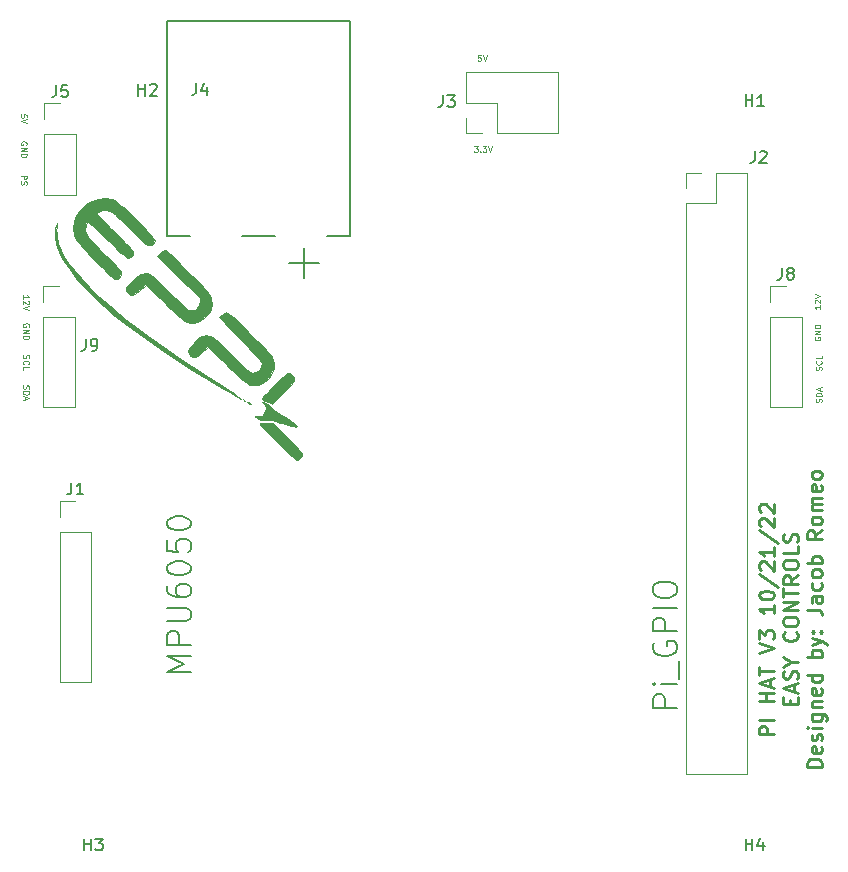
<source format=gbr>
%TF.GenerationSoftware,KiCad,Pcbnew,6.0.8-f2edbf62ab~116~ubuntu22.04.1*%
%TF.CreationDate,2022-11-23T04:02:49-05:00*%
%TF.ProjectId,Pi_HAT_Simple_V3,50695f48-4154-45f5-9369-6d706c655f56,rev?*%
%TF.SameCoordinates,Original*%
%TF.FileFunction,Legend,Top*%
%TF.FilePolarity,Positive*%
%FSLAX46Y46*%
G04 Gerber Fmt 4.6, Leading zero omitted, Abs format (unit mm)*
G04 Created by KiCad (PCBNEW 6.0.8-f2edbf62ab~116~ubuntu22.04.1) date 2022-11-23 04:02:49*
%MOMM*%
%LPD*%
G01*
G04 APERTURE LIST*
%ADD10C,0.100000*%
%ADD11C,0.150000*%
%ADD12C,0.250000*%
%ADD13C,0.010000*%
%ADD14C,0.120000*%
%ADD15C,0.127000*%
G04 APERTURE END LIST*
D10*
X93373809Y-78330952D02*
X93873809Y-78330952D01*
X93873809Y-78521428D01*
X93850000Y-78569047D01*
X93826190Y-78592857D01*
X93778571Y-78616666D01*
X93707142Y-78616666D01*
X93659523Y-78592857D01*
X93635714Y-78569047D01*
X93611904Y-78521428D01*
X93611904Y-78330952D01*
X93397619Y-78807142D02*
X93373809Y-78878571D01*
X93373809Y-78997619D01*
X93397619Y-79045238D01*
X93421428Y-79069047D01*
X93469047Y-79092857D01*
X93516666Y-79092857D01*
X93564285Y-79069047D01*
X93588095Y-79045238D01*
X93611904Y-78997619D01*
X93635714Y-78902380D01*
X93659523Y-78854761D01*
X93683333Y-78830952D01*
X93730952Y-78807142D01*
X93778571Y-78807142D01*
X93826190Y-78830952D01*
X93850000Y-78854761D01*
X93873809Y-78902380D01*
X93873809Y-79021428D01*
X93850000Y-79092857D01*
X93850000Y-75719047D02*
X93873809Y-75671428D01*
X93873809Y-75600000D01*
X93850000Y-75528571D01*
X93802380Y-75480952D01*
X93754761Y-75457142D01*
X93659523Y-75433333D01*
X93588095Y-75433333D01*
X93492857Y-75457142D01*
X93445238Y-75480952D01*
X93397619Y-75528571D01*
X93373809Y-75600000D01*
X93373809Y-75647619D01*
X93397619Y-75719047D01*
X93421428Y-75742857D01*
X93588095Y-75742857D01*
X93588095Y-75647619D01*
X93373809Y-75957142D02*
X93873809Y-75957142D01*
X93373809Y-76242857D01*
X93873809Y-76242857D01*
X93373809Y-76480952D02*
X93873809Y-76480952D01*
X93873809Y-76600000D01*
X93850000Y-76671428D01*
X93802380Y-76719047D01*
X93754761Y-76742857D01*
X93659523Y-76766666D01*
X93588095Y-76766666D01*
X93492857Y-76742857D01*
X93445238Y-76719047D01*
X93397619Y-76671428D01*
X93373809Y-76600000D01*
X93373809Y-76480952D01*
X93873809Y-73404761D02*
X93873809Y-73166666D01*
X93635714Y-73142857D01*
X93659523Y-73166666D01*
X93683333Y-73214285D01*
X93683333Y-73333333D01*
X93659523Y-73380952D01*
X93635714Y-73404761D01*
X93588095Y-73428571D01*
X93469047Y-73428571D01*
X93421428Y-73404761D01*
X93397619Y-73380952D01*
X93373809Y-73333333D01*
X93373809Y-73214285D01*
X93397619Y-73166666D01*
X93421428Y-73142857D01*
X93873809Y-73571428D02*
X93373809Y-73738095D01*
X93873809Y-73904761D01*
D11*
X107754761Y-120323809D02*
X105754761Y-120323809D01*
X107183333Y-119657142D01*
X105754761Y-118990476D01*
X107754761Y-118990476D01*
X107754761Y-118038095D02*
X105754761Y-118038095D01*
X105754761Y-117276190D01*
X105850000Y-117085714D01*
X105945238Y-116990476D01*
X106135714Y-116895238D01*
X106421428Y-116895238D01*
X106611904Y-116990476D01*
X106707142Y-117085714D01*
X106802380Y-117276190D01*
X106802380Y-118038095D01*
X105754761Y-116038095D02*
X107373809Y-116038095D01*
X107564285Y-115942857D01*
X107659523Y-115847619D01*
X107754761Y-115657142D01*
X107754761Y-115276190D01*
X107659523Y-115085714D01*
X107564285Y-114990476D01*
X107373809Y-114895238D01*
X105754761Y-114895238D01*
X105754761Y-113085714D02*
X105754761Y-113466666D01*
X105850000Y-113657142D01*
X105945238Y-113752380D01*
X106230952Y-113942857D01*
X106611904Y-114038095D01*
X107373809Y-114038095D01*
X107564285Y-113942857D01*
X107659523Y-113847619D01*
X107754761Y-113657142D01*
X107754761Y-113276190D01*
X107659523Y-113085714D01*
X107564285Y-112990476D01*
X107373809Y-112895238D01*
X106897619Y-112895238D01*
X106707142Y-112990476D01*
X106611904Y-113085714D01*
X106516666Y-113276190D01*
X106516666Y-113657142D01*
X106611904Y-113847619D01*
X106707142Y-113942857D01*
X106897619Y-114038095D01*
X105754761Y-111657142D02*
X105754761Y-111466666D01*
X105850000Y-111276190D01*
X105945238Y-111180952D01*
X106135714Y-111085714D01*
X106516666Y-110990476D01*
X106992857Y-110990476D01*
X107373809Y-111085714D01*
X107564285Y-111180952D01*
X107659523Y-111276190D01*
X107754761Y-111466666D01*
X107754761Y-111657142D01*
X107659523Y-111847619D01*
X107564285Y-111942857D01*
X107373809Y-112038095D01*
X106992857Y-112133333D01*
X106516666Y-112133333D01*
X106135714Y-112038095D01*
X105945238Y-111942857D01*
X105850000Y-111847619D01*
X105754761Y-111657142D01*
X105754761Y-109180952D02*
X105754761Y-110133333D01*
X106707142Y-110228571D01*
X106611904Y-110133333D01*
X106516666Y-109942857D01*
X106516666Y-109466666D01*
X106611904Y-109276190D01*
X106707142Y-109180952D01*
X106897619Y-109085714D01*
X107373809Y-109085714D01*
X107564285Y-109180952D01*
X107659523Y-109276190D01*
X107754761Y-109466666D01*
X107754761Y-109942857D01*
X107659523Y-110133333D01*
X107564285Y-110228571D01*
X105754761Y-107847619D02*
X105754761Y-107657142D01*
X105850000Y-107466666D01*
X105945238Y-107371428D01*
X106135714Y-107276190D01*
X106516666Y-107180952D01*
X106992857Y-107180952D01*
X107373809Y-107276190D01*
X107564285Y-107371428D01*
X107659523Y-107466666D01*
X107754761Y-107657142D01*
X107754761Y-107847619D01*
X107659523Y-108038095D01*
X107564285Y-108133333D01*
X107373809Y-108228571D01*
X106992857Y-108323809D01*
X106516666Y-108323809D01*
X106135714Y-108228571D01*
X105945238Y-108133333D01*
X105850000Y-108038095D01*
X105754761Y-107847619D01*
D10*
X131761904Y-75826190D02*
X132071428Y-75826190D01*
X131904761Y-76016666D01*
X131976190Y-76016666D01*
X132023809Y-76040476D01*
X132047619Y-76064285D01*
X132071428Y-76111904D01*
X132071428Y-76230952D01*
X132047619Y-76278571D01*
X132023809Y-76302380D01*
X131976190Y-76326190D01*
X131833333Y-76326190D01*
X131785714Y-76302380D01*
X131761904Y-76278571D01*
X132285714Y-76278571D02*
X132309523Y-76302380D01*
X132285714Y-76326190D01*
X132261904Y-76302380D01*
X132285714Y-76278571D01*
X132285714Y-76326190D01*
X132476190Y-75826190D02*
X132785714Y-75826190D01*
X132619047Y-76016666D01*
X132690476Y-76016666D01*
X132738095Y-76040476D01*
X132761904Y-76064285D01*
X132785714Y-76111904D01*
X132785714Y-76230952D01*
X132761904Y-76278571D01*
X132738095Y-76302380D01*
X132690476Y-76326190D01*
X132547619Y-76326190D01*
X132500000Y-76302380D01*
X132476190Y-76278571D01*
X132928571Y-75826190D02*
X133095238Y-76326190D01*
X133261904Y-75826190D01*
X132304761Y-68126190D02*
X132066666Y-68126190D01*
X132042857Y-68364285D01*
X132066666Y-68340476D01*
X132114285Y-68316666D01*
X132233333Y-68316666D01*
X132280952Y-68340476D01*
X132304761Y-68364285D01*
X132328571Y-68411904D01*
X132328571Y-68530952D01*
X132304761Y-68578571D01*
X132280952Y-68602380D01*
X132233333Y-68626190D01*
X132114285Y-68626190D01*
X132066666Y-68602380D01*
X132042857Y-68578571D01*
X132471428Y-68126190D02*
X132638095Y-68626190D01*
X132804761Y-68126190D01*
X94050000Y-91119047D02*
X94073809Y-91071428D01*
X94073809Y-91000000D01*
X94050000Y-90928571D01*
X94002380Y-90880952D01*
X93954761Y-90857142D01*
X93859523Y-90833333D01*
X93788095Y-90833333D01*
X93692857Y-90857142D01*
X93645238Y-90880952D01*
X93597619Y-90928571D01*
X93573809Y-91000000D01*
X93573809Y-91047619D01*
X93597619Y-91119047D01*
X93621428Y-91142857D01*
X93788095Y-91142857D01*
X93788095Y-91047619D01*
X93573809Y-91357142D02*
X94073809Y-91357142D01*
X93573809Y-91642857D01*
X94073809Y-91642857D01*
X93573809Y-91880952D02*
X94073809Y-91880952D01*
X94073809Y-92000000D01*
X94050000Y-92071428D01*
X94002380Y-92119047D01*
X93954761Y-92142857D01*
X93859523Y-92166666D01*
X93788095Y-92166666D01*
X93692857Y-92142857D01*
X93645238Y-92119047D01*
X93597619Y-92071428D01*
X93573809Y-92000000D01*
X93573809Y-91880952D01*
X160600000Y-91980952D02*
X160576190Y-92028571D01*
X160576190Y-92100000D01*
X160600000Y-92171428D01*
X160647619Y-92219047D01*
X160695238Y-92242857D01*
X160790476Y-92266666D01*
X160861904Y-92266666D01*
X160957142Y-92242857D01*
X161004761Y-92219047D01*
X161052380Y-92171428D01*
X161076190Y-92100000D01*
X161076190Y-92052380D01*
X161052380Y-91980952D01*
X161028571Y-91957142D01*
X160861904Y-91957142D01*
X160861904Y-92052380D01*
X161076190Y-91742857D02*
X160576190Y-91742857D01*
X161076190Y-91457142D01*
X160576190Y-91457142D01*
X161076190Y-91219047D02*
X160576190Y-91219047D01*
X160576190Y-91100000D01*
X160600000Y-91028571D01*
X160647619Y-90980952D01*
X160695238Y-90957142D01*
X160790476Y-90933333D01*
X160861904Y-90933333D01*
X160957142Y-90957142D01*
X161004761Y-90980952D01*
X161052380Y-91028571D01*
X161076190Y-91100000D01*
X161076190Y-91219047D01*
X161152380Y-97507142D02*
X161176190Y-97435714D01*
X161176190Y-97316666D01*
X161152380Y-97269047D01*
X161128571Y-97245238D01*
X161080952Y-97221428D01*
X161033333Y-97221428D01*
X160985714Y-97245238D01*
X160961904Y-97269047D01*
X160938095Y-97316666D01*
X160914285Y-97411904D01*
X160890476Y-97459523D01*
X160866666Y-97483333D01*
X160819047Y-97507142D01*
X160771428Y-97507142D01*
X160723809Y-97483333D01*
X160700000Y-97459523D01*
X160676190Y-97411904D01*
X160676190Y-97292857D01*
X160700000Y-97221428D01*
X161176190Y-97007142D02*
X160676190Y-97007142D01*
X160676190Y-96888095D01*
X160700000Y-96816666D01*
X160747619Y-96769047D01*
X160795238Y-96745238D01*
X160890476Y-96721428D01*
X160961904Y-96721428D01*
X161057142Y-96745238D01*
X161104761Y-96769047D01*
X161152380Y-96816666D01*
X161176190Y-96888095D01*
X161176190Y-97007142D01*
X161033333Y-96530952D02*
X161033333Y-96292857D01*
X161176190Y-96578571D02*
X160676190Y-96411904D01*
X161176190Y-96245238D01*
X93573809Y-88740476D02*
X93573809Y-88454761D01*
X93573809Y-88597619D02*
X94073809Y-88597619D01*
X94002380Y-88550000D01*
X93954761Y-88502380D01*
X93930952Y-88454761D01*
X94026190Y-88930952D02*
X94050000Y-88954761D01*
X94073809Y-89002380D01*
X94073809Y-89121428D01*
X94050000Y-89169047D01*
X94026190Y-89192857D01*
X93978571Y-89216666D01*
X93930952Y-89216666D01*
X93859523Y-89192857D01*
X93573809Y-88907142D01*
X93573809Y-89216666D01*
X94073809Y-89359523D02*
X93573809Y-89526190D01*
X94073809Y-89692857D01*
X93597619Y-96092857D02*
X93573809Y-96164285D01*
X93573809Y-96283333D01*
X93597619Y-96330952D01*
X93621428Y-96354761D01*
X93669047Y-96378571D01*
X93716666Y-96378571D01*
X93764285Y-96354761D01*
X93788095Y-96330952D01*
X93811904Y-96283333D01*
X93835714Y-96188095D01*
X93859523Y-96140476D01*
X93883333Y-96116666D01*
X93930952Y-96092857D01*
X93978571Y-96092857D01*
X94026190Y-96116666D01*
X94050000Y-96140476D01*
X94073809Y-96188095D01*
X94073809Y-96307142D01*
X94050000Y-96378571D01*
X93573809Y-96592857D02*
X94073809Y-96592857D01*
X94073809Y-96711904D01*
X94050000Y-96783333D01*
X94002380Y-96830952D01*
X93954761Y-96854761D01*
X93859523Y-96878571D01*
X93788095Y-96878571D01*
X93692857Y-96854761D01*
X93645238Y-96830952D01*
X93597619Y-96783333D01*
X93573809Y-96711904D01*
X93573809Y-96592857D01*
X93716666Y-97069047D02*
X93716666Y-97307142D01*
X93573809Y-97021428D02*
X94073809Y-97188095D01*
X93573809Y-97354761D01*
X93597619Y-93504761D02*
X93573809Y-93576190D01*
X93573809Y-93695238D01*
X93597619Y-93742857D01*
X93621428Y-93766666D01*
X93669047Y-93790476D01*
X93716666Y-93790476D01*
X93764285Y-93766666D01*
X93788095Y-93742857D01*
X93811904Y-93695238D01*
X93835714Y-93600000D01*
X93859523Y-93552380D01*
X93883333Y-93528571D01*
X93930952Y-93504761D01*
X93978571Y-93504761D01*
X94026190Y-93528571D01*
X94050000Y-93552380D01*
X94073809Y-93600000D01*
X94073809Y-93719047D01*
X94050000Y-93790476D01*
X93621428Y-94290476D02*
X93597619Y-94266666D01*
X93573809Y-94195238D01*
X93573809Y-94147619D01*
X93597619Y-94076190D01*
X93645238Y-94028571D01*
X93692857Y-94004761D01*
X93788095Y-93980952D01*
X93859523Y-93980952D01*
X93954761Y-94004761D01*
X94002380Y-94028571D01*
X94050000Y-94076190D01*
X94073809Y-94147619D01*
X94073809Y-94195238D01*
X94050000Y-94266666D01*
X94026190Y-94290476D01*
X93573809Y-94742857D02*
X93573809Y-94504761D01*
X94073809Y-94504761D01*
X161076190Y-89309523D02*
X161076190Y-89595238D01*
X161076190Y-89452380D02*
X160576190Y-89452380D01*
X160647619Y-89500000D01*
X160695238Y-89547619D01*
X160719047Y-89595238D01*
X160623809Y-89119047D02*
X160600000Y-89095238D01*
X160576190Y-89047619D01*
X160576190Y-88928571D01*
X160600000Y-88880952D01*
X160623809Y-88857142D01*
X160671428Y-88833333D01*
X160719047Y-88833333D01*
X160790476Y-88857142D01*
X161076190Y-89142857D01*
X161076190Y-88833333D01*
X160576190Y-88690476D02*
X161076190Y-88523809D01*
X160576190Y-88357142D01*
X161152380Y-94795238D02*
X161176190Y-94723809D01*
X161176190Y-94604761D01*
X161152380Y-94557142D01*
X161128571Y-94533333D01*
X161080952Y-94509523D01*
X161033333Y-94509523D01*
X160985714Y-94533333D01*
X160961904Y-94557142D01*
X160938095Y-94604761D01*
X160914285Y-94700000D01*
X160890476Y-94747619D01*
X160866666Y-94771428D01*
X160819047Y-94795238D01*
X160771428Y-94795238D01*
X160723809Y-94771428D01*
X160700000Y-94747619D01*
X160676190Y-94700000D01*
X160676190Y-94580952D01*
X160700000Y-94509523D01*
X161128571Y-94009523D02*
X161152380Y-94033333D01*
X161176190Y-94104761D01*
X161176190Y-94152380D01*
X161152380Y-94223809D01*
X161104761Y-94271428D01*
X161057142Y-94295238D01*
X160961904Y-94319047D01*
X160890476Y-94319047D01*
X160795238Y-94295238D01*
X160747619Y-94271428D01*
X160700000Y-94223809D01*
X160676190Y-94152380D01*
X160676190Y-94104761D01*
X160700000Y-94033333D01*
X160723809Y-94009523D01*
X161176190Y-93557142D02*
X161176190Y-93795238D01*
X160676190Y-93795238D01*
D12*
X157152976Y-125632142D02*
X155902976Y-125632142D01*
X155902976Y-125155952D01*
X155962500Y-125036904D01*
X156022023Y-124977380D01*
X156141071Y-124917857D01*
X156319642Y-124917857D01*
X156438690Y-124977380D01*
X156498214Y-125036904D01*
X156557738Y-125155952D01*
X156557738Y-125632142D01*
X157152976Y-124382142D02*
X155902976Y-124382142D01*
X157152976Y-122834523D02*
X155902976Y-122834523D01*
X156498214Y-122834523D02*
X156498214Y-122120238D01*
X157152976Y-122120238D02*
X155902976Y-122120238D01*
X156795833Y-121584523D02*
X156795833Y-120989285D01*
X157152976Y-121703571D02*
X155902976Y-121286904D01*
X157152976Y-120870238D01*
X155902976Y-120632142D02*
X155902976Y-119917857D01*
X157152976Y-120275000D02*
X155902976Y-120275000D01*
X155902976Y-118727380D02*
X157152976Y-118310714D01*
X155902976Y-117894047D01*
X155902976Y-117596428D02*
X155902976Y-116822619D01*
X156379166Y-117239285D01*
X156379166Y-117060714D01*
X156438690Y-116941666D01*
X156498214Y-116882142D01*
X156617261Y-116822619D01*
X156914880Y-116822619D01*
X157033928Y-116882142D01*
X157093452Y-116941666D01*
X157152976Y-117060714D01*
X157152976Y-117417857D01*
X157093452Y-117536904D01*
X157033928Y-117596428D01*
X157152976Y-114679761D02*
X157152976Y-115394047D01*
X157152976Y-115036904D02*
X155902976Y-115036904D01*
X156081547Y-115155952D01*
X156200595Y-115275000D01*
X156260119Y-115394047D01*
X155902976Y-113905952D02*
X155902976Y-113786904D01*
X155962500Y-113667857D01*
X156022023Y-113608333D01*
X156141071Y-113548809D01*
X156379166Y-113489285D01*
X156676785Y-113489285D01*
X156914880Y-113548809D01*
X157033928Y-113608333D01*
X157093452Y-113667857D01*
X157152976Y-113786904D01*
X157152976Y-113905952D01*
X157093452Y-114025000D01*
X157033928Y-114084523D01*
X156914880Y-114144047D01*
X156676785Y-114203571D01*
X156379166Y-114203571D01*
X156141071Y-114144047D01*
X156022023Y-114084523D01*
X155962500Y-114025000D01*
X155902976Y-113905952D01*
X155843452Y-112060714D02*
X157450595Y-113132142D01*
X156022023Y-111703571D02*
X155962500Y-111644047D01*
X155902976Y-111525000D01*
X155902976Y-111227380D01*
X155962500Y-111108333D01*
X156022023Y-111048809D01*
X156141071Y-110989285D01*
X156260119Y-110989285D01*
X156438690Y-111048809D01*
X157152976Y-111763095D01*
X157152976Y-110989285D01*
X157152976Y-109798809D02*
X157152976Y-110513095D01*
X157152976Y-110155952D02*
X155902976Y-110155952D01*
X156081547Y-110275000D01*
X156200595Y-110394047D01*
X156260119Y-110513095D01*
X155843452Y-108370238D02*
X157450595Y-109441666D01*
X156022023Y-108013095D02*
X155962500Y-107953571D01*
X155902976Y-107834523D01*
X155902976Y-107536904D01*
X155962500Y-107417857D01*
X156022023Y-107358333D01*
X156141071Y-107298809D01*
X156260119Y-107298809D01*
X156438690Y-107358333D01*
X157152976Y-108072619D01*
X157152976Y-107298809D01*
X156022023Y-106822619D02*
X155962500Y-106763095D01*
X155902976Y-106644047D01*
X155902976Y-106346428D01*
X155962500Y-106227380D01*
X156022023Y-106167857D01*
X156141071Y-106108333D01*
X156260119Y-106108333D01*
X156438690Y-106167857D01*
X157152976Y-106882142D01*
X157152976Y-106108333D01*
X158510714Y-123102380D02*
X158510714Y-122685714D01*
X159165476Y-122507142D02*
X159165476Y-123102380D01*
X157915476Y-123102380D01*
X157915476Y-122507142D01*
X158808333Y-122030952D02*
X158808333Y-121435714D01*
X159165476Y-122150000D02*
X157915476Y-121733333D01*
X159165476Y-121316666D01*
X159105952Y-120959523D02*
X159165476Y-120780952D01*
X159165476Y-120483333D01*
X159105952Y-120364285D01*
X159046428Y-120304761D01*
X158927380Y-120245238D01*
X158808333Y-120245238D01*
X158689285Y-120304761D01*
X158629761Y-120364285D01*
X158570238Y-120483333D01*
X158510714Y-120721428D01*
X158451190Y-120840476D01*
X158391666Y-120900000D01*
X158272619Y-120959523D01*
X158153571Y-120959523D01*
X158034523Y-120900000D01*
X157975000Y-120840476D01*
X157915476Y-120721428D01*
X157915476Y-120423809D01*
X157975000Y-120245238D01*
X158570238Y-119471428D02*
X159165476Y-119471428D01*
X157915476Y-119888095D02*
X158570238Y-119471428D01*
X157915476Y-119054761D01*
X159046428Y-116971428D02*
X159105952Y-117030952D01*
X159165476Y-117209523D01*
X159165476Y-117328571D01*
X159105952Y-117507142D01*
X158986904Y-117626190D01*
X158867857Y-117685714D01*
X158629761Y-117745238D01*
X158451190Y-117745238D01*
X158213095Y-117685714D01*
X158094047Y-117626190D01*
X157975000Y-117507142D01*
X157915476Y-117328571D01*
X157915476Y-117209523D01*
X157975000Y-117030952D01*
X158034523Y-116971428D01*
X157915476Y-116197619D02*
X157915476Y-115959523D01*
X157975000Y-115840476D01*
X158094047Y-115721428D01*
X158332142Y-115661904D01*
X158748809Y-115661904D01*
X158986904Y-115721428D01*
X159105952Y-115840476D01*
X159165476Y-115959523D01*
X159165476Y-116197619D01*
X159105952Y-116316666D01*
X158986904Y-116435714D01*
X158748809Y-116495238D01*
X158332142Y-116495238D01*
X158094047Y-116435714D01*
X157975000Y-116316666D01*
X157915476Y-116197619D01*
X159165476Y-115126190D02*
X157915476Y-115126190D01*
X159165476Y-114411904D01*
X157915476Y-114411904D01*
X157915476Y-113995238D02*
X157915476Y-113280952D01*
X159165476Y-113638095D02*
X157915476Y-113638095D01*
X159165476Y-112150000D02*
X158570238Y-112566666D01*
X159165476Y-112864285D02*
X157915476Y-112864285D01*
X157915476Y-112388095D01*
X157975000Y-112269047D01*
X158034523Y-112209523D01*
X158153571Y-112150000D01*
X158332142Y-112150000D01*
X158451190Y-112209523D01*
X158510714Y-112269047D01*
X158570238Y-112388095D01*
X158570238Y-112864285D01*
X157915476Y-111376190D02*
X157915476Y-111138095D01*
X157975000Y-111019047D01*
X158094047Y-110900000D01*
X158332142Y-110840476D01*
X158748809Y-110840476D01*
X158986904Y-110900000D01*
X159105952Y-111019047D01*
X159165476Y-111138095D01*
X159165476Y-111376190D01*
X159105952Y-111495238D01*
X158986904Y-111614285D01*
X158748809Y-111673809D01*
X158332142Y-111673809D01*
X158094047Y-111614285D01*
X157975000Y-111495238D01*
X157915476Y-111376190D01*
X159165476Y-109709523D02*
X159165476Y-110304761D01*
X157915476Y-110304761D01*
X159105952Y-109352380D02*
X159165476Y-109173809D01*
X159165476Y-108876190D01*
X159105952Y-108757142D01*
X159046428Y-108697619D01*
X158927380Y-108638095D01*
X158808333Y-108638095D01*
X158689285Y-108697619D01*
X158629761Y-108757142D01*
X158570238Y-108876190D01*
X158510714Y-109114285D01*
X158451190Y-109233333D01*
X158391666Y-109292857D01*
X158272619Y-109352380D01*
X158153571Y-109352380D01*
X158034523Y-109292857D01*
X157975000Y-109233333D01*
X157915476Y-109114285D01*
X157915476Y-108816666D01*
X157975000Y-108638095D01*
X161177976Y-128400000D02*
X159927976Y-128400000D01*
X159927976Y-128102380D01*
X159987500Y-127923809D01*
X160106547Y-127804761D01*
X160225595Y-127745238D01*
X160463690Y-127685714D01*
X160642261Y-127685714D01*
X160880357Y-127745238D01*
X160999404Y-127804761D01*
X161118452Y-127923809D01*
X161177976Y-128102380D01*
X161177976Y-128400000D01*
X161118452Y-126673809D02*
X161177976Y-126792857D01*
X161177976Y-127030952D01*
X161118452Y-127150000D01*
X160999404Y-127209523D01*
X160523214Y-127209523D01*
X160404166Y-127150000D01*
X160344642Y-127030952D01*
X160344642Y-126792857D01*
X160404166Y-126673809D01*
X160523214Y-126614285D01*
X160642261Y-126614285D01*
X160761309Y-127209523D01*
X161118452Y-126138095D02*
X161177976Y-126019047D01*
X161177976Y-125780952D01*
X161118452Y-125661904D01*
X160999404Y-125602380D01*
X160939880Y-125602380D01*
X160820833Y-125661904D01*
X160761309Y-125780952D01*
X160761309Y-125959523D01*
X160701785Y-126078571D01*
X160582738Y-126138095D01*
X160523214Y-126138095D01*
X160404166Y-126078571D01*
X160344642Y-125959523D01*
X160344642Y-125780952D01*
X160404166Y-125661904D01*
X161177976Y-125066666D02*
X160344642Y-125066666D01*
X159927976Y-125066666D02*
X159987500Y-125126190D01*
X160047023Y-125066666D01*
X159987500Y-125007142D01*
X159927976Y-125066666D01*
X160047023Y-125066666D01*
X160344642Y-123935714D02*
X161356547Y-123935714D01*
X161475595Y-123995238D01*
X161535119Y-124054761D01*
X161594642Y-124173809D01*
X161594642Y-124352380D01*
X161535119Y-124471428D01*
X161118452Y-123935714D02*
X161177976Y-124054761D01*
X161177976Y-124292857D01*
X161118452Y-124411904D01*
X161058928Y-124471428D01*
X160939880Y-124530952D01*
X160582738Y-124530952D01*
X160463690Y-124471428D01*
X160404166Y-124411904D01*
X160344642Y-124292857D01*
X160344642Y-124054761D01*
X160404166Y-123935714D01*
X160344642Y-123340476D02*
X161177976Y-123340476D01*
X160463690Y-123340476D02*
X160404166Y-123280952D01*
X160344642Y-123161904D01*
X160344642Y-122983333D01*
X160404166Y-122864285D01*
X160523214Y-122804761D01*
X161177976Y-122804761D01*
X161118452Y-121733333D02*
X161177976Y-121852380D01*
X161177976Y-122090476D01*
X161118452Y-122209523D01*
X160999404Y-122269047D01*
X160523214Y-122269047D01*
X160404166Y-122209523D01*
X160344642Y-122090476D01*
X160344642Y-121852380D01*
X160404166Y-121733333D01*
X160523214Y-121673809D01*
X160642261Y-121673809D01*
X160761309Y-122269047D01*
X161177976Y-120602380D02*
X159927976Y-120602380D01*
X161118452Y-120602380D02*
X161177976Y-120721428D01*
X161177976Y-120959523D01*
X161118452Y-121078571D01*
X161058928Y-121138095D01*
X160939880Y-121197619D01*
X160582738Y-121197619D01*
X160463690Y-121138095D01*
X160404166Y-121078571D01*
X160344642Y-120959523D01*
X160344642Y-120721428D01*
X160404166Y-120602380D01*
X161177976Y-119054761D02*
X159927976Y-119054761D01*
X160404166Y-119054761D02*
X160344642Y-118935714D01*
X160344642Y-118697619D01*
X160404166Y-118578571D01*
X160463690Y-118519047D01*
X160582738Y-118459523D01*
X160939880Y-118459523D01*
X161058928Y-118519047D01*
X161118452Y-118578571D01*
X161177976Y-118697619D01*
X161177976Y-118935714D01*
X161118452Y-119054761D01*
X160344642Y-118042857D02*
X161177976Y-117745238D01*
X160344642Y-117447619D02*
X161177976Y-117745238D01*
X161475595Y-117864285D01*
X161535119Y-117923809D01*
X161594642Y-118042857D01*
X161058928Y-116971428D02*
X161118452Y-116911904D01*
X161177976Y-116971428D01*
X161118452Y-117030952D01*
X161058928Y-116971428D01*
X161177976Y-116971428D01*
X160404166Y-116971428D02*
X160463690Y-116911904D01*
X160523214Y-116971428D01*
X160463690Y-117030952D01*
X160404166Y-116971428D01*
X160523214Y-116971428D01*
X159927976Y-115066666D02*
X160820833Y-115066666D01*
X160999404Y-115126190D01*
X161118452Y-115245238D01*
X161177976Y-115423809D01*
X161177976Y-115542857D01*
X161177976Y-113935714D02*
X160523214Y-113935714D01*
X160404166Y-113995238D01*
X160344642Y-114114285D01*
X160344642Y-114352380D01*
X160404166Y-114471428D01*
X161118452Y-113935714D02*
X161177976Y-114054761D01*
X161177976Y-114352380D01*
X161118452Y-114471428D01*
X160999404Y-114530952D01*
X160880357Y-114530952D01*
X160761309Y-114471428D01*
X160701785Y-114352380D01*
X160701785Y-114054761D01*
X160642261Y-113935714D01*
X161118452Y-112804761D02*
X161177976Y-112923809D01*
X161177976Y-113161904D01*
X161118452Y-113280952D01*
X161058928Y-113340476D01*
X160939880Y-113400000D01*
X160582738Y-113400000D01*
X160463690Y-113340476D01*
X160404166Y-113280952D01*
X160344642Y-113161904D01*
X160344642Y-112923809D01*
X160404166Y-112804761D01*
X161177976Y-112090476D02*
X161118452Y-112209523D01*
X161058928Y-112269047D01*
X160939880Y-112328571D01*
X160582738Y-112328571D01*
X160463690Y-112269047D01*
X160404166Y-112209523D01*
X160344642Y-112090476D01*
X160344642Y-111911904D01*
X160404166Y-111792857D01*
X160463690Y-111733333D01*
X160582738Y-111673809D01*
X160939880Y-111673809D01*
X161058928Y-111733333D01*
X161118452Y-111792857D01*
X161177976Y-111911904D01*
X161177976Y-112090476D01*
X161177976Y-111138095D02*
X159927976Y-111138095D01*
X160404166Y-111138095D02*
X160344642Y-111019047D01*
X160344642Y-110780952D01*
X160404166Y-110661904D01*
X160463690Y-110602380D01*
X160582738Y-110542857D01*
X160939880Y-110542857D01*
X161058928Y-110602380D01*
X161118452Y-110661904D01*
X161177976Y-110780952D01*
X161177976Y-111019047D01*
X161118452Y-111138095D01*
X161177976Y-108340476D02*
X160582738Y-108757142D01*
X161177976Y-109054761D02*
X159927976Y-109054761D01*
X159927976Y-108578571D01*
X159987500Y-108459523D01*
X160047023Y-108400000D01*
X160166071Y-108340476D01*
X160344642Y-108340476D01*
X160463690Y-108400000D01*
X160523214Y-108459523D01*
X160582738Y-108578571D01*
X160582738Y-109054761D01*
X161177976Y-107626190D02*
X161118452Y-107745238D01*
X161058928Y-107804761D01*
X160939880Y-107864285D01*
X160582738Y-107864285D01*
X160463690Y-107804761D01*
X160404166Y-107745238D01*
X160344642Y-107626190D01*
X160344642Y-107447619D01*
X160404166Y-107328571D01*
X160463690Y-107269047D01*
X160582738Y-107209523D01*
X160939880Y-107209523D01*
X161058928Y-107269047D01*
X161118452Y-107328571D01*
X161177976Y-107447619D01*
X161177976Y-107626190D01*
X161177976Y-106673809D02*
X160344642Y-106673809D01*
X160463690Y-106673809D02*
X160404166Y-106614285D01*
X160344642Y-106495238D01*
X160344642Y-106316666D01*
X160404166Y-106197619D01*
X160523214Y-106138095D01*
X161177976Y-106138095D01*
X160523214Y-106138095D02*
X160404166Y-106078571D01*
X160344642Y-105959523D01*
X160344642Y-105780952D01*
X160404166Y-105661904D01*
X160523214Y-105602380D01*
X161177976Y-105602380D01*
X161118452Y-104530952D02*
X161177976Y-104650000D01*
X161177976Y-104888095D01*
X161118452Y-105007142D01*
X160999404Y-105066666D01*
X160523214Y-105066666D01*
X160404166Y-105007142D01*
X160344642Y-104888095D01*
X160344642Y-104650000D01*
X160404166Y-104530952D01*
X160523214Y-104471428D01*
X160642261Y-104471428D01*
X160761309Y-105066666D01*
X161177976Y-103757142D02*
X161118452Y-103876190D01*
X161058928Y-103935714D01*
X160939880Y-103995238D01*
X160582738Y-103995238D01*
X160463690Y-103935714D01*
X160404166Y-103876190D01*
X160344642Y-103757142D01*
X160344642Y-103578571D01*
X160404166Y-103459523D01*
X160463690Y-103400000D01*
X160582738Y-103340476D01*
X160939880Y-103340476D01*
X161058928Y-103400000D01*
X161118452Y-103459523D01*
X161177976Y-103578571D01*
X161177976Y-103757142D01*
D11*
%TO.C,J3*%
X129116666Y-71502380D02*
X129116666Y-72216666D01*
X129069047Y-72359523D01*
X128973809Y-72454761D01*
X128830952Y-72502380D01*
X128735714Y-72502380D01*
X129497619Y-71502380D02*
X130116666Y-71502380D01*
X129783333Y-71883333D01*
X129926190Y-71883333D01*
X130021428Y-71930952D01*
X130069047Y-71978571D01*
X130116666Y-72073809D01*
X130116666Y-72311904D01*
X130069047Y-72407142D01*
X130021428Y-72454761D01*
X129926190Y-72502380D01*
X129640476Y-72502380D01*
X129545238Y-72454761D01*
X129497619Y-72407142D01*
%TO.C,H1*%
X154738095Y-72452380D02*
X154738095Y-71452380D01*
X154738095Y-71928571D02*
X155309523Y-71928571D01*
X155309523Y-72452380D02*
X155309523Y-71452380D01*
X156309523Y-72452380D02*
X155738095Y-72452380D01*
X156023809Y-72452380D02*
X156023809Y-71452380D01*
X155928571Y-71595238D01*
X155833333Y-71690476D01*
X155738095Y-71738095D01*
%TO.C,H2*%
X103338095Y-71552380D02*
X103338095Y-70552380D01*
X103338095Y-71028571D02*
X103909523Y-71028571D01*
X103909523Y-71552380D02*
X103909523Y-70552380D01*
X104338095Y-70647619D02*
X104385714Y-70600000D01*
X104480952Y-70552380D01*
X104719047Y-70552380D01*
X104814285Y-70600000D01*
X104861904Y-70647619D01*
X104909523Y-70742857D01*
X104909523Y-70838095D01*
X104861904Y-70980952D01*
X104290476Y-71552380D01*
X104909523Y-71552380D01*
%TO.C,H3*%
X98738095Y-135452380D02*
X98738095Y-134452380D01*
X98738095Y-134928571D02*
X99309523Y-134928571D01*
X99309523Y-135452380D02*
X99309523Y-134452380D01*
X99690476Y-134452380D02*
X100309523Y-134452380D01*
X99976190Y-134833333D01*
X100119047Y-134833333D01*
X100214285Y-134880952D01*
X100261904Y-134928571D01*
X100309523Y-135023809D01*
X100309523Y-135261904D01*
X100261904Y-135357142D01*
X100214285Y-135404761D01*
X100119047Y-135452380D01*
X99833333Y-135452380D01*
X99738095Y-135404761D01*
X99690476Y-135357142D01*
%TO.C,J1*%
X97666666Y-104322380D02*
X97666666Y-105036666D01*
X97619047Y-105179523D01*
X97523809Y-105274761D01*
X97380952Y-105322380D01*
X97285714Y-105322380D01*
X98666666Y-105322380D02*
X98095238Y-105322380D01*
X98380952Y-105322380D02*
X98380952Y-104322380D01*
X98285714Y-104465238D01*
X98190476Y-104560476D01*
X98095238Y-104608095D01*
%TO.C,H4*%
X154738095Y-135452380D02*
X154738095Y-134452380D01*
X154738095Y-134928571D02*
X155309523Y-134928571D01*
X155309523Y-135452380D02*
X155309523Y-134452380D01*
X156214285Y-134785714D02*
X156214285Y-135452380D01*
X155976190Y-134404761D02*
X155738095Y-135119047D01*
X156357142Y-135119047D01*
%TO.C,J2*%
X155516666Y-76252380D02*
X155516666Y-76966666D01*
X155469047Y-77109523D01*
X155373809Y-77204761D01*
X155230952Y-77252380D01*
X155135714Y-77252380D01*
X155945238Y-76347619D02*
X155992857Y-76300000D01*
X156088095Y-76252380D01*
X156326190Y-76252380D01*
X156421428Y-76300000D01*
X156469047Y-76347619D01*
X156516666Y-76442857D01*
X156516666Y-76538095D01*
X156469047Y-76680952D01*
X155897619Y-77252380D01*
X156516666Y-77252380D01*
X148904761Y-123385714D02*
X146904761Y-123385714D01*
X146904761Y-122623809D01*
X147000000Y-122433333D01*
X147095238Y-122338095D01*
X147285714Y-122242857D01*
X147571428Y-122242857D01*
X147761904Y-122338095D01*
X147857142Y-122433333D01*
X147952380Y-122623809D01*
X147952380Y-123385714D01*
X148904761Y-121385714D02*
X147571428Y-121385714D01*
X146904761Y-121385714D02*
X147000000Y-121480952D01*
X147095238Y-121385714D01*
X147000000Y-121290476D01*
X146904761Y-121385714D01*
X147095238Y-121385714D01*
X149095238Y-120909523D02*
X149095238Y-119385714D01*
X147000000Y-117861904D02*
X146904761Y-118052380D01*
X146904761Y-118338095D01*
X147000000Y-118623809D01*
X147190476Y-118814285D01*
X147380952Y-118909523D01*
X147761904Y-119004761D01*
X148047619Y-119004761D01*
X148428571Y-118909523D01*
X148619047Y-118814285D01*
X148809523Y-118623809D01*
X148904761Y-118338095D01*
X148904761Y-118147619D01*
X148809523Y-117861904D01*
X148714285Y-117766666D01*
X148047619Y-117766666D01*
X148047619Y-118147619D01*
X148904761Y-116909523D02*
X146904761Y-116909523D01*
X146904761Y-116147619D01*
X147000000Y-115957142D01*
X147095238Y-115861904D01*
X147285714Y-115766666D01*
X147571428Y-115766666D01*
X147761904Y-115861904D01*
X147857142Y-115957142D01*
X147952380Y-116147619D01*
X147952380Y-116909523D01*
X148904761Y-114909523D02*
X146904761Y-114909523D01*
X146904761Y-113576190D02*
X146904761Y-113195238D01*
X147000000Y-113004761D01*
X147190476Y-112814285D01*
X147571428Y-112719047D01*
X148238095Y-112719047D01*
X148619047Y-112814285D01*
X148809523Y-113004761D01*
X148904761Y-113195238D01*
X148904761Y-113576190D01*
X148809523Y-113766666D01*
X148619047Y-113957142D01*
X148238095Y-114052380D01*
X147571428Y-114052380D01*
X147190476Y-113957142D01*
X147000000Y-113766666D01*
X146904761Y-113576190D01*
%TO.C,J4*%
X108216519Y-70502139D02*
X108216519Y-71216740D01*
X108168879Y-71359660D01*
X108073599Y-71454940D01*
X107930679Y-71502580D01*
X107835399Y-71502580D01*
X109121680Y-70835619D02*
X109121680Y-71502580D01*
X108883480Y-70454499D02*
X108645280Y-71169100D01*
X109264600Y-71169100D01*
%TO.C,J5*%
X96366666Y-70672380D02*
X96366666Y-71386666D01*
X96319047Y-71529523D01*
X96223809Y-71624761D01*
X96080952Y-71672380D01*
X95985714Y-71672380D01*
X97319047Y-70672380D02*
X96842857Y-70672380D01*
X96795238Y-71148571D01*
X96842857Y-71100952D01*
X96938095Y-71053333D01*
X97176190Y-71053333D01*
X97271428Y-71100952D01*
X97319047Y-71148571D01*
X97366666Y-71243809D01*
X97366666Y-71481904D01*
X97319047Y-71577142D01*
X97271428Y-71624761D01*
X97176190Y-71672380D01*
X96938095Y-71672380D01*
X96842857Y-71624761D01*
X96795238Y-71577142D01*
%TO.C,J8*%
X157816666Y-86122380D02*
X157816666Y-86836666D01*
X157769047Y-86979523D01*
X157673809Y-87074761D01*
X157530952Y-87122380D01*
X157435714Y-87122380D01*
X158435714Y-86550952D02*
X158340476Y-86503333D01*
X158292857Y-86455714D01*
X158245238Y-86360476D01*
X158245238Y-86312857D01*
X158292857Y-86217619D01*
X158340476Y-86170000D01*
X158435714Y-86122380D01*
X158626190Y-86122380D01*
X158721428Y-86170000D01*
X158769047Y-86217619D01*
X158816666Y-86312857D01*
X158816666Y-86360476D01*
X158769047Y-86455714D01*
X158721428Y-86503333D01*
X158626190Y-86550952D01*
X158435714Y-86550952D01*
X158340476Y-86598571D01*
X158292857Y-86646190D01*
X158245238Y-86741428D01*
X158245238Y-86931904D01*
X158292857Y-87027142D01*
X158340476Y-87074761D01*
X158435714Y-87122380D01*
X158626190Y-87122380D01*
X158721428Y-87074761D01*
X158769047Y-87027142D01*
X158816666Y-86931904D01*
X158816666Y-86741428D01*
X158769047Y-86646190D01*
X158721428Y-86598571D01*
X158626190Y-86550952D01*
%TO.C,J9*%
X98866666Y-92152380D02*
X98866666Y-92866666D01*
X98819047Y-93009523D01*
X98723809Y-93104761D01*
X98580952Y-93152380D01*
X98485714Y-93152380D01*
X99390476Y-93152380D02*
X99580952Y-93152380D01*
X99676190Y-93104761D01*
X99723809Y-93057142D01*
X99819047Y-92914285D01*
X99866666Y-92723809D01*
X99866666Y-92342857D01*
X99819047Y-92247619D01*
X99771428Y-92200000D01*
X99676190Y-92152380D01*
X99485714Y-92152380D01*
X99390476Y-92200000D01*
X99342857Y-92247619D01*
X99295238Y-92342857D01*
X99295238Y-92580952D01*
X99342857Y-92676190D01*
X99390476Y-92723809D01*
X99485714Y-92771428D01*
X99676190Y-92771428D01*
X99771428Y-92723809D01*
X99819047Y-92676190D01*
X99866666Y-92580952D01*
%TO.C,G\u002A\u002A\u002A*%
G36*
X96478678Y-82422307D02*
G01*
X96452618Y-82603122D01*
X96433913Y-82682230D01*
X96396438Y-82967956D01*
X96399719Y-83310742D01*
X96416350Y-83462991D01*
X96543250Y-84035107D01*
X96755630Y-84605095D01*
X97064772Y-85191671D01*
X97481964Y-85813551D01*
X98018487Y-86489453D01*
X98685628Y-87238092D01*
X98704960Y-87258848D01*
X99307724Y-87884316D01*
X99951292Y-88509359D01*
X100645340Y-89141235D01*
X101399546Y-89787204D01*
X102223586Y-90454525D01*
X103127137Y-91150457D01*
X104119876Y-91882257D01*
X105211480Y-92657187D01*
X106411625Y-93482502D01*
X107729989Y-94365465D01*
X109176249Y-95313332D01*
X110760080Y-96333364D01*
X111043200Y-96514143D01*
X111405934Y-96750092D01*
X111711083Y-96957346D01*
X111933000Y-97117806D01*
X112046044Y-97213371D01*
X112055150Y-97228398D01*
X112033135Y-97275418D01*
X112029734Y-97272761D01*
X111942096Y-97214767D01*
X111733798Y-97087005D01*
X111430617Y-96904739D01*
X111058329Y-96683229D01*
X110642713Y-96437740D01*
X110209545Y-96183534D01*
X109784601Y-95935872D01*
X109393659Y-95710018D01*
X109290948Y-95651134D01*
X108132421Y-94964432D01*
X106917719Y-94200507D01*
X105679278Y-93382033D01*
X104449532Y-92531682D01*
X103260916Y-91672125D01*
X102145865Y-90826036D01*
X101136814Y-90016087D01*
X100693063Y-89641136D01*
X99836590Y-88870340D01*
X99030909Y-88081225D01*
X98313902Y-87311863D01*
X97945947Y-86880361D01*
X97424652Y-86184872D01*
X96981698Y-85473906D01*
X96630394Y-84774881D01*
X96384053Y-84115217D01*
X96255986Y-83522334D01*
X96243178Y-83372861D01*
X96251001Y-83138535D01*
X96287880Y-82867285D01*
X96342784Y-82610930D01*
X96404685Y-82421291D01*
X96460871Y-82350099D01*
X96478678Y-82422307D01*
G37*
D13*
X96478678Y-82422307D02*
X96452618Y-82603122D01*
X96433913Y-82682230D01*
X96396438Y-82967956D01*
X96399719Y-83310742D01*
X96416350Y-83462991D01*
X96543250Y-84035107D01*
X96755630Y-84605095D01*
X97064772Y-85191671D01*
X97481964Y-85813551D01*
X98018487Y-86489453D01*
X98685628Y-87238092D01*
X98704960Y-87258848D01*
X99307724Y-87884316D01*
X99951292Y-88509359D01*
X100645340Y-89141235D01*
X101399546Y-89787204D01*
X102223586Y-90454525D01*
X103127137Y-91150457D01*
X104119876Y-91882257D01*
X105211480Y-92657187D01*
X106411625Y-93482502D01*
X107729989Y-94365465D01*
X109176249Y-95313332D01*
X110760080Y-96333364D01*
X111043200Y-96514143D01*
X111405934Y-96750092D01*
X111711083Y-96957346D01*
X111933000Y-97117806D01*
X112046044Y-97213371D01*
X112055150Y-97228398D01*
X112033135Y-97275418D01*
X112029734Y-97272761D01*
X111942096Y-97214767D01*
X111733798Y-97087005D01*
X111430617Y-96904739D01*
X111058329Y-96683229D01*
X110642713Y-96437740D01*
X110209545Y-96183534D01*
X109784601Y-95935872D01*
X109393659Y-95710018D01*
X109290948Y-95651134D01*
X108132421Y-94964432D01*
X106917719Y-94200507D01*
X105679278Y-93382033D01*
X104449532Y-92531682D01*
X103260916Y-91672125D01*
X102145865Y-90826036D01*
X101136814Y-90016087D01*
X100693063Y-89641136D01*
X99836590Y-88870340D01*
X99030909Y-88081225D01*
X98313902Y-87311863D01*
X97945947Y-86880361D01*
X97424652Y-86184872D01*
X96981698Y-85473906D01*
X96630394Y-84774881D01*
X96384053Y-84115217D01*
X96255986Y-83522334D01*
X96243178Y-83372861D01*
X96251001Y-83138535D01*
X96287880Y-82867285D01*
X96342784Y-82610930D01*
X96404685Y-82421291D01*
X96460871Y-82350099D01*
X96478678Y-82422307D01*
G36*
X101056698Y-80316703D02*
G01*
X101326859Y-80429978D01*
X101531142Y-80563573D01*
X101814850Y-80789392D01*
X102158374Y-81087940D01*
X102542106Y-81439716D01*
X102946441Y-81825225D01*
X103351772Y-82224965D01*
X103738491Y-82619443D01*
X104086992Y-82989160D01*
X104377668Y-83314616D01*
X104590911Y-83576316D01*
X104707114Y-83754761D01*
X104722699Y-83806896D01*
X104651285Y-84049884D01*
X104452924Y-84194560D01*
X104252305Y-84225975D01*
X104169421Y-84219663D01*
X104082613Y-84191137D01*
X103975010Y-84126006D01*
X103829735Y-84009878D01*
X103629918Y-83828363D01*
X103358683Y-83567072D01*
X102999159Y-83211613D01*
X102624826Y-82837970D01*
X102174583Y-82389270D01*
X101824558Y-82045553D01*
X101556369Y-81790942D01*
X101351632Y-81609560D01*
X101191960Y-81485534D01*
X101058970Y-81402985D01*
X100934277Y-81346038D01*
X100869725Y-81322353D01*
X100624849Y-81274233D01*
X100343806Y-81271335D01*
X100076524Y-81306680D01*
X99872932Y-81373293D01*
X99782959Y-81464198D01*
X99782133Y-81474304D01*
X99839697Y-81552677D01*
X100001850Y-81733529D01*
X100252783Y-82000266D01*
X100576687Y-82336298D01*
X100957752Y-82725031D01*
X101346693Y-83116414D01*
X101842541Y-83613509D01*
X102228826Y-84006522D01*
X102516219Y-84310610D01*
X102715393Y-84540925D01*
X102837018Y-84712622D01*
X102891767Y-84840856D01*
X102890311Y-84940782D01*
X102843323Y-85027555D01*
X102761473Y-85116329D01*
X102757672Y-85120090D01*
X102660064Y-85213705D01*
X102571479Y-85275718D01*
X102476453Y-85295858D01*
X102359522Y-85263860D01*
X102205221Y-85169455D01*
X101998085Y-85002375D01*
X101722649Y-84752353D01*
X101363450Y-84409121D01*
X100905023Y-83962410D01*
X100674672Y-83737060D01*
X100242275Y-83317052D01*
X99849575Y-82941393D01*
X99512566Y-82624915D01*
X99247243Y-82382453D01*
X99069600Y-82228840D01*
X98995632Y-82178912D01*
X98995037Y-82179301D01*
X98953928Y-82282263D01*
X98902038Y-82489516D01*
X98882949Y-82583418D01*
X98850692Y-82793019D01*
X98848598Y-82980284D01*
X98888775Y-83163705D01*
X98983330Y-83361772D01*
X99144372Y-83592973D01*
X99384008Y-83875799D01*
X99714346Y-84228739D01*
X100147494Y-84670285D01*
X100444743Y-84968410D01*
X100892935Y-85417654D01*
X101235004Y-85764492D01*
X101485212Y-86025606D01*
X101657823Y-86217673D01*
X101767098Y-86357375D01*
X101827300Y-86461391D01*
X101852693Y-86546401D01*
X101857570Y-86620710D01*
X101803264Y-86885676D01*
X101624000Y-87050363D01*
X101492317Y-87101486D01*
X101432613Y-87112350D01*
X101365145Y-87099286D01*
X101274775Y-87049098D01*
X101146368Y-86948589D01*
X100964786Y-86784564D01*
X100714894Y-86543824D01*
X100381553Y-86213176D01*
X99949629Y-85779422D01*
X99781165Y-85609680D01*
X99357228Y-85179059D01*
X98967475Y-84776923D01*
X98629734Y-84422163D01*
X98361831Y-84133672D01*
X98181594Y-83930340D01*
X98111909Y-83840717D01*
X97898981Y-83335927D01*
X97824081Y-82778555D01*
X97887955Y-82215160D01*
X98077797Y-81716870D01*
X98444582Y-81183989D01*
X98896393Y-80757788D01*
X99408369Y-80448113D01*
X99955650Y-80264809D01*
X100513379Y-80217724D01*
X101056698Y-80316703D01*
G37*
X101056698Y-80316703D02*
X101326859Y-80429978D01*
X101531142Y-80563573D01*
X101814850Y-80789392D01*
X102158374Y-81087940D01*
X102542106Y-81439716D01*
X102946441Y-81825225D01*
X103351772Y-82224965D01*
X103738491Y-82619443D01*
X104086992Y-82989160D01*
X104377668Y-83314616D01*
X104590911Y-83576316D01*
X104707114Y-83754761D01*
X104722699Y-83806896D01*
X104651285Y-84049884D01*
X104452924Y-84194560D01*
X104252305Y-84225975D01*
X104169421Y-84219663D01*
X104082613Y-84191137D01*
X103975010Y-84126006D01*
X103829735Y-84009878D01*
X103629918Y-83828363D01*
X103358683Y-83567072D01*
X102999159Y-83211613D01*
X102624826Y-82837970D01*
X102174583Y-82389270D01*
X101824558Y-82045553D01*
X101556369Y-81790942D01*
X101351632Y-81609560D01*
X101191960Y-81485534D01*
X101058970Y-81402985D01*
X100934277Y-81346038D01*
X100869725Y-81322353D01*
X100624849Y-81274233D01*
X100343806Y-81271335D01*
X100076524Y-81306680D01*
X99872932Y-81373293D01*
X99782959Y-81464198D01*
X99782133Y-81474304D01*
X99839697Y-81552677D01*
X100001850Y-81733529D01*
X100252783Y-82000266D01*
X100576687Y-82336298D01*
X100957752Y-82725031D01*
X101346693Y-83116414D01*
X101842541Y-83613509D01*
X102228826Y-84006522D01*
X102516219Y-84310610D01*
X102715393Y-84540925D01*
X102837018Y-84712622D01*
X102891767Y-84840856D01*
X102890311Y-84940782D01*
X102843323Y-85027555D01*
X102761473Y-85116329D01*
X102757672Y-85120090D01*
X102660064Y-85213705D01*
X102571479Y-85275718D01*
X102476453Y-85295858D01*
X102359522Y-85263860D01*
X102205221Y-85169455D01*
X101998085Y-85002375D01*
X101722649Y-84752353D01*
X101363450Y-84409121D01*
X100905023Y-83962410D01*
X100674672Y-83737060D01*
X100242275Y-83317052D01*
X99849575Y-82941393D01*
X99512566Y-82624915D01*
X99247243Y-82382453D01*
X99069600Y-82228840D01*
X98995632Y-82178912D01*
X98995037Y-82179301D01*
X98953928Y-82282263D01*
X98902038Y-82489516D01*
X98882949Y-82583418D01*
X98850692Y-82793019D01*
X98848598Y-82980284D01*
X98888775Y-83163705D01*
X98983330Y-83361772D01*
X99144372Y-83592973D01*
X99384008Y-83875799D01*
X99714346Y-84228739D01*
X100147494Y-84670285D01*
X100444743Y-84968410D01*
X100892935Y-85417654D01*
X101235004Y-85764492D01*
X101485212Y-86025606D01*
X101657823Y-86217673D01*
X101767098Y-86357375D01*
X101827300Y-86461391D01*
X101852693Y-86546401D01*
X101857570Y-86620710D01*
X101803264Y-86885676D01*
X101624000Y-87050363D01*
X101492317Y-87101486D01*
X101432613Y-87112350D01*
X101365145Y-87099286D01*
X101274775Y-87049098D01*
X101146368Y-86948589D01*
X100964786Y-86784564D01*
X100714894Y-86543824D01*
X100381553Y-86213176D01*
X99949629Y-85779422D01*
X99781165Y-85609680D01*
X99357228Y-85179059D01*
X98967475Y-84776923D01*
X98629734Y-84422163D01*
X98361831Y-84133672D01*
X98181594Y-83930340D01*
X98111909Y-83840717D01*
X97898981Y-83335927D01*
X97824081Y-82778555D01*
X97887955Y-82215160D01*
X98077797Y-81716870D01*
X98444582Y-81183989D01*
X98896393Y-80757788D01*
X99408369Y-80448113D01*
X99955650Y-80264809D01*
X100513379Y-80217724D01*
X101056698Y-80316703D01*
G36*
X105623235Y-84643223D02*
G01*
X105733218Y-84717994D01*
X105941439Y-84896843D01*
X106229335Y-85161240D01*
X106578347Y-85492661D01*
X106969915Y-85872576D01*
X107385477Y-86282456D01*
X107806474Y-86703774D01*
X108214346Y-87118002D01*
X108590532Y-87506613D01*
X108916472Y-87851076D01*
X109173605Y-88132865D01*
X109343370Y-88333452D01*
X109398052Y-88411470D01*
X109516214Y-88756698D01*
X109551311Y-89166373D01*
X109496670Y-89553816D01*
X109488131Y-89581537D01*
X109299570Y-89959428D01*
X109009725Y-90303196D01*
X108660175Y-90577481D01*
X108292499Y-90746922D01*
X108074449Y-90783788D01*
X107851152Y-90790307D01*
X107664270Y-90784284D01*
X107494917Y-90753292D01*
X107324208Y-90684901D01*
X107133259Y-90566685D01*
X106903184Y-90386214D01*
X106615099Y-90131059D01*
X106250119Y-89788793D01*
X105789360Y-89346987D01*
X105569409Y-89135181D01*
X103952963Y-87578604D01*
X103426772Y-88044925D01*
X103124017Y-88299086D01*
X102904022Y-88437878D01*
X102734027Y-88469742D01*
X102581273Y-88403121D01*
X102458991Y-88294286D01*
X102322814Y-88107956D01*
X102266477Y-87977920D01*
X102263403Y-87881118D01*
X102317999Y-87763708D01*
X102450180Y-87597871D01*
X102679861Y-87355783D01*
X102794229Y-87240627D01*
X103079246Y-86963227D01*
X103286469Y-86785853D01*
X103451829Y-86683067D01*
X103611257Y-86629435D01*
X103675020Y-86617110D01*
X103854650Y-86595670D01*
X104021142Y-86604011D01*
X104191742Y-86654276D01*
X104383698Y-86758611D01*
X104614256Y-86929162D01*
X104900662Y-87178072D01*
X105260163Y-87517489D01*
X105710005Y-87959554D01*
X106019220Y-88267888D01*
X107490640Y-89739307D01*
X107784539Y-89739307D01*
X108101479Y-89667834D01*
X108293421Y-89524325D01*
X108472974Y-89247060D01*
X108508402Y-89015444D01*
X108508402Y-88721545D01*
X104910857Y-85124000D01*
X105178158Y-84856699D01*
X105382138Y-84683027D01*
X105541948Y-84630222D01*
X105623235Y-84643223D01*
G37*
X105623235Y-84643223D02*
X105733218Y-84717994D01*
X105941439Y-84896843D01*
X106229335Y-85161240D01*
X106578347Y-85492661D01*
X106969915Y-85872576D01*
X107385477Y-86282456D01*
X107806474Y-86703774D01*
X108214346Y-87118002D01*
X108590532Y-87506613D01*
X108916472Y-87851076D01*
X109173605Y-88132865D01*
X109343370Y-88333452D01*
X109398052Y-88411470D01*
X109516214Y-88756698D01*
X109551311Y-89166373D01*
X109496670Y-89553816D01*
X109488131Y-89581537D01*
X109299570Y-89959428D01*
X109009725Y-90303196D01*
X108660175Y-90577481D01*
X108292499Y-90746922D01*
X108074449Y-90783788D01*
X107851152Y-90790307D01*
X107664270Y-90784284D01*
X107494917Y-90753292D01*
X107324208Y-90684901D01*
X107133259Y-90566685D01*
X106903184Y-90386214D01*
X106615099Y-90131059D01*
X106250119Y-89788793D01*
X105789360Y-89346987D01*
X105569409Y-89135181D01*
X103952963Y-87578604D01*
X103426772Y-88044925D01*
X103124017Y-88299086D01*
X102904022Y-88437878D01*
X102734027Y-88469742D01*
X102581273Y-88403121D01*
X102458991Y-88294286D01*
X102322814Y-88107956D01*
X102266477Y-87977920D01*
X102263403Y-87881118D01*
X102317999Y-87763708D01*
X102450180Y-87597871D01*
X102679861Y-87355783D01*
X102794229Y-87240627D01*
X103079246Y-86963227D01*
X103286469Y-86785853D01*
X103451829Y-86683067D01*
X103611257Y-86629435D01*
X103675020Y-86617110D01*
X103854650Y-86595670D01*
X104021142Y-86604011D01*
X104191742Y-86654276D01*
X104383698Y-86758611D01*
X104614256Y-86929162D01*
X104900662Y-87178072D01*
X105260163Y-87517489D01*
X105710005Y-87959554D01*
X106019220Y-88267888D01*
X107490640Y-89739307D01*
X107784539Y-89739307D01*
X108101479Y-89667834D01*
X108293421Y-89524325D01*
X108472974Y-89247060D01*
X108508402Y-89015444D01*
X108508402Y-88721545D01*
X104910857Y-85124000D01*
X105178158Y-84856699D01*
X105382138Y-84683027D01*
X105541948Y-84630222D01*
X105623235Y-84643223D01*
G36*
X110869568Y-89933472D02*
G01*
X111028418Y-90020975D01*
X111235129Y-90180108D01*
X111504240Y-90420592D01*
X111850287Y-90752151D01*
X112287809Y-91184506D01*
X112798859Y-91694899D01*
X113308387Y-92205413D01*
X113711539Y-92612716D01*
X114022367Y-92932632D01*
X114254922Y-93180992D01*
X114423257Y-93373624D01*
X114541423Y-93526357D01*
X114623471Y-93655018D01*
X114683453Y-93775437D01*
X114716641Y-93855215D01*
X114824326Y-94290793D01*
X114782733Y-94702611D01*
X114586283Y-95114298D01*
X114346799Y-95422798D01*
X113926962Y-95806626D01*
X113496667Y-96021994D01*
X113054192Y-96069554D01*
X112775236Y-96015737D01*
X112652524Y-95974185D01*
X112533560Y-95918925D01*
X112401046Y-95835515D01*
X112237679Y-95709515D01*
X112026159Y-95526485D01*
X111749185Y-95271984D01*
X111389455Y-94931571D01*
X110929672Y-94490807D01*
X110807892Y-94373664D01*
X109221380Y-92847020D01*
X108756021Y-93276655D01*
X108424834Y-93552446D01*
X108163797Y-93693581D01*
X107949645Y-93706642D01*
X107759107Y-93598204D01*
X107726834Y-93567604D01*
X107590712Y-93366963D01*
X107536828Y-93207418D01*
X107537310Y-93093936D01*
X107590082Y-92971460D01*
X107716727Y-92808538D01*
X107938828Y-92573712D01*
X108044910Y-92466913D01*
X108324722Y-92196153D01*
X108529084Y-92026272D01*
X108694838Y-91931403D01*
X108858830Y-91885684D01*
X108877067Y-91882739D01*
X109074032Y-91860003D01*
X109251833Y-91865165D01*
X109428311Y-91910428D01*
X109621306Y-92007994D01*
X109848659Y-92170065D01*
X110128208Y-92408842D01*
X110477794Y-92736528D01*
X110915257Y-93165324D01*
X111271779Y-93520633D01*
X111733171Y-93980964D01*
X112091593Y-94334853D01*
X112363186Y-94596216D01*
X112564087Y-94778972D01*
X112710438Y-94897036D01*
X112818379Y-94964326D01*
X112904048Y-94994761D01*
X112983586Y-95002256D01*
X112990042Y-95002282D01*
X113243479Y-94960161D01*
X113417064Y-94888165D01*
X113585485Y-94724750D01*
X113724788Y-94487905D01*
X113796655Y-94251994D01*
X113794799Y-94155045D01*
X113731996Y-94068578D01*
X113565441Y-93876866D01*
X113309773Y-93595732D01*
X112979630Y-93240999D01*
X112589652Y-92828487D01*
X112154478Y-92374022D01*
X111975325Y-92188468D01*
X110179274Y-90332549D01*
X110422041Y-90105302D01*
X110534817Y-90003513D01*
X110637305Y-89934464D01*
X110744043Y-89907875D01*
X110869568Y-89933472D01*
G37*
X110869568Y-89933472D02*
X111028418Y-90020975D01*
X111235129Y-90180108D01*
X111504240Y-90420592D01*
X111850287Y-90752151D01*
X112287809Y-91184506D01*
X112798859Y-91694899D01*
X113308387Y-92205413D01*
X113711539Y-92612716D01*
X114022367Y-92932632D01*
X114254922Y-93180992D01*
X114423257Y-93373624D01*
X114541423Y-93526357D01*
X114623471Y-93655018D01*
X114683453Y-93775437D01*
X114716641Y-93855215D01*
X114824326Y-94290793D01*
X114782733Y-94702611D01*
X114586283Y-95114298D01*
X114346799Y-95422798D01*
X113926962Y-95806626D01*
X113496667Y-96021994D01*
X113054192Y-96069554D01*
X112775236Y-96015737D01*
X112652524Y-95974185D01*
X112533560Y-95918925D01*
X112401046Y-95835515D01*
X112237679Y-95709515D01*
X112026159Y-95526485D01*
X111749185Y-95271984D01*
X111389455Y-94931571D01*
X110929672Y-94490807D01*
X110807892Y-94373664D01*
X109221380Y-92847020D01*
X108756021Y-93276655D01*
X108424834Y-93552446D01*
X108163797Y-93693581D01*
X107949645Y-93706642D01*
X107759107Y-93598204D01*
X107726834Y-93567604D01*
X107590712Y-93366963D01*
X107536828Y-93207418D01*
X107537310Y-93093936D01*
X107590082Y-92971460D01*
X107716727Y-92808538D01*
X107938828Y-92573712D01*
X108044910Y-92466913D01*
X108324722Y-92196153D01*
X108529084Y-92026272D01*
X108694838Y-91931403D01*
X108858830Y-91885684D01*
X108877067Y-91882739D01*
X109074032Y-91860003D01*
X109251833Y-91865165D01*
X109428311Y-91910428D01*
X109621306Y-92007994D01*
X109848659Y-92170065D01*
X110128208Y-92408842D01*
X110477794Y-92736528D01*
X110915257Y-93165324D01*
X111271779Y-93520633D01*
X111733171Y-93980964D01*
X112091593Y-94334853D01*
X112363186Y-94596216D01*
X112564087Y-94778972D01*
X112710438Y-94897036D01*
X112818379Y-94964326D01*
X112904048Y-94994761D01*
X112983586Y-95002256D01*
X112990042Y-95002282D01*
X113243479Y-94960161D01*
X113417064Y-94888165D01*
X113585485Y-94724750D01*
X113724788Y-94487905D01*
X113796655Y-94251994D01*
X113794799Y-94155045D01*
X113731996Y-94068578D01*
X113565441Y-93876866D01*
X113309773Y-93595732D01*
X112979630Y-93240999D01*
X112589652Y-92828487D01*
X112154478Y-92374022D01*
X111975325Y-92188468D01*
X110179274Y-90332549D01*
X110422041Y-90105302D01*
X110534817Y-90003513D01*
X110637305Y-89934464D01*
X110744043Y-89907875D01*
X110869568Y-89933472D01*
G36*
X115905576Y-100429242D02*
G01*
X116360227Y-100888365D01*
X116702247Y-101248204D01*
X116942067Y-101525795D01*
X117090115Y-101738173D01*
X117156823Y-101902373D01*
X117152618Y-102035431D01*
X117087932Y-102154380D01*
X117012848Y-102237776D01*
X116913589Y-102328945D01*
X116819042Y-102380797D01*
X116712619Y-102382277D01*
X116577735Y-102322329D01*
X116397800Y-102189898D01*
X116156229Y-101973932D01*
X115836434Y-101663373D01*
X115421829Y-101247167D01*
X115220181Y-101043011D01*
X114824021Y-100639467D01*
X114461587Y-100266348D01*
X114152168Y-99943830D01*
X113915058Y-99692085D01*
X113769550Y-99531294D01*
X113739422Y-99494430D01*
X113642736Y-99352640D01*
X113614103Y-99290474D01*
X113699096Y-99280324D01*
X113907009Y-99267918D01*
X114171136Y-99256775D01*
X114713789Y-99237455D01*
X115905576Y-100429242D01*
G37*
X115905576Y-100429242D02*
X116360227Y-100888365D01*
X116702247Y-101248204D01*
X116942067Y-101525795D01*
X117090115Y-101738173D01*
X117156823Y-101902373D01*
X117152618Y-102035431D01*
X117087932Y-102154380D01*
X117012848Y-102237776D01*
X116913589Y-102328945D01*
X116819042Y-102380797D01*
X116712619Y-102382277D01*
X116577735Y-102322329D01*
X116397800Y-102189898D01*
X116156229Y-101973932D01*
X115836434Y-101663373D01*
X115421829Y-101247167D01*
X115220181Y-101043011D01*
X114824021Y-100639467D01*
X114461587Y-100266348D01*
X114152168Y-99943830D01*
X113915058Y-99692085D01*
X113769550Y-99531294D01*
X113739422Y-99494430D01*
X113642736Y-99352640D01*
X113614103Y-99290474D01*
X113699096Y-99280324D01*
X113907009Y-99267918D01*
X114171136Y-99256775D01*
X114713789Y-99237455D01*
X115905576Y-100429242D01*
G36*
X114111317Y-97595184D02*
G01*
X114469272Y-97823786D01*
X114631434Y-98003043D01*
X114800821Y-98184882D01*
X115040786Y-98361455D01*
X115388579Y-98558527D01*
X115562444Y-98646981D01*
X115942355Y-98852538D01*
X116269742Y-99060083D01*
X116525304Y-99253253D01*
X116689738Y-99415682D01*
X116743742Y-99531004D01*
X116668015Y-99582855D01*
X116666446Y-99583007D01*
X116491574Y-99565972D01*
X116227887Y-99504985D01*
X116038640Y-99447797D01*
X115755673Y-99360734D01*
X115517399Y-99299555D01*
X115418294Y-99282333D01*
X115234658Y-99237153D01*
X114994791Y-99144068D01*
X114949794Y-99123216D01*
X114667915Y-99041943D01*
X114332560Y-99017015D01*
X114229522Y-99023710D01*
X113945904Y-99040086D01*
X113712838Y-99005386D01*
X113456726Y-98902777D01*
X113263604Y-98802815D01*
X113162880Y-98741252D01*
X113171122Y-98708508D01*
X113310727Y-98693542D01*
X113497002Y-98687770D01*
X113757924Y-98668865D01*
X113879533Y-98621553D01*
X113894332Y-98548154D01*
X113924472Y-98395634D01*
X114027862Y-98237892D01*
X114154630Y-98049036D01*
X114143867Y-97876676D01*
X113991766Y-97669831D01*
X113984883Y-97662458D01*
X113811078Y-97477052D01*
X114111317Y-97595184D01*
G37*
X114111317Y-97595184D02*
X114469272Y-97823786D01*
X114631434Y-98003043D01*
X114800821Y-98184882D01*
X115040786Y-98361455D01*
X115388579Y-98558527D01*
X115562444Y-98646981D01*
X115942355Y-98852538D01*
X116269742Y-99060083D01*
X116525304Y-99253253D01*
X116689738Y-99415682D01*
X116743742Y-99531004D01*
X116668015Y-99582855D01*
X116666446Y-99583007D01*
X116491574Y-99565972D01*
X116227887Y-99504985D01*
X116038640Y-99447797D01*
X115755673Y-99360734D01*
X115517399Y-99299555D01*
X115418294Y-99282333D01*
X115234658Y-99237153D01*
X114994791Y-99144068D01*
X114949794Y-99123216D01*
X114667915Y-99041943D01*
X114332560Y-99017015D01*
X114229522Y-99023710D01*
X113945904Y-99040086D01*
X113712838Y-99005386D01*
X113456726Y-98902777D01*
X113263604Y-98802815D01*
X113162880Y-98741252D01*
X113171122Y-98708508D01*
X113310727Y-98693542D01*
X113497002Y-98687770D01*
X113757924Y-98668865D01*
X113879533Y-98621553D01*
X113894332Y-98548154D01*
X113924472Y-98395634D01*
X114027862Y-98237892D01*
X114154630Y-98049036D01*
X114143867Y-97876676D01*
X113991766Y-97669831D01*
X113984883Y-97662458D01*
X113811078Y-97477052D01*
X114111317Y-97595184D01*
G36*
X112244470Y-97285026D02*
G01*
X112345174Y-97371456D01*
X112354492Y-97404500D01*
X112309426Y-97413856D01*
X112244470Y-97357367D01*
X112195209Y-97278864D01*
X112244470Y-97285026D01*
G37*
X112244470Y-97285026D02*
X112345174Y-97371456D01*
X112354492Y-97404500D01*
X112309426Y-97413856D01*
X112244470Y-97357367D01*
X112195209Y-97278864D01*
X112244470Y-97285026D01*
G36*
X112603943Y-97486819D02*
G01*
X112775767Y-97568852D01*
X112846925Y-97628673D01*
X112794834Y-97643700D01*
X112753614Y-97636491D01*
X112576171Y-97558326D01*
X112519266Y-97511629D01*
X112500558Y-97458734D01*
X112603943Y-97486819D01*
G37*
X112603943Y-97486819D02*
X112775767Y-97568852D01*
X112846925Y-97628673D01*
X112794834Y-97643700D01*
X112753614Y-97636491D01*
X112576171Y-97558326D01*
X112519266Y-97511629D01*
X112500558Y-97458734D01*
X112603943Y-97486819D01*
G36*
X116223343Y-95132944D02*
G01*
X116345716Y-95241755D01*
X116463488Y-95377016D01*
X116519655Y-95506713D01*
X116503528Y-95651756D01*
X116404414Y-95833048D01*
X116211624Y-96071499D01*
X115914468Y-96388013D01*
X115593889Y-96712003D01*
X114671008Y-97634883D01*
X114387746Y-97518573D01*
X114077457Y-97385033D01*
X113899858Y-97287376D01*
X113827987Y-97205026D01*
X113834888Y-97117412D01*
X113841447Y-97101652D01*
X113919608Y-96998105D01*
X114096423Y-96799657D01*
X114349748Y-96530075D01*
X114657442Y-96213126D01*
X114849627Y-96019424D01*
X115248569Y-95625778D01*
X115552066Y-95344760D01*
X115780704Y-95165669D01*
X115955071Y-95077804D01*
X116095756Y-95070462D01*
X116223343Y-95132944D01*
G37*
X116223343Y-95132944D02*
X116345716Y-95241755D01*
X116463488Y-95377016D01*
X116519655Y-95506713D01*
X116503528Y-95651756D01*
X116404414Y-95833048D01*
X116211624Y-96071499D01*
X115914468Y-96388013D01*
X115593889Y-96712003D01*
X114671008Y-97634883D01*
X114387746Y-97518573D01*
X114077457Y-97385033D01*
X113899858Y-97287376D01*
X113827987Y-97205026D01*
X113834888Y-97117412D01*
X113841447Y-97101652D01*
X113919608Y-96998105D01*
X114096423Y-96799657D01*
X114349748Y-96530075D01*
X114657442Y-96213126D01*
X114849627Y-96019424D01*
X115248569Y-95625778D01*
X115552066Y-95344760D01*
X115780704Y-95165669D01*
X115955071Y-95077804D01*
X116095756Y-95070462D01*
X116223343Y-95132944D01*
D14*
%TO.C,J3*%
X131095000Y-69555000D02*
X138835000Y-69555000D01*
X132425000Y-74755000D02*
X131095000Y-74755000D01*
X133695000Y-72155000D02*
X131095000Y-72155000D01*
X133695000Y-74755000D02*
X133695000Y-72155000D01*
X131095000Y-74755000D02*
X131095000Y-73425000D01*
X131095000Y-72155000D02*
X131095000Y-69555000D01*
X138835000Y-74755000D02*
X138835000Y-69555000D01*
X133695000Y-74755000D02*
X138835000Y-74755000D01*
%TO.C,J1*%
X96670000Y-108470000D02*
X96670000Y-121230000D01*
X99330000Y-108470000D02*
X99330000Y-121230000D01*
X96670000Y-121230000D02*
X99330000Y-121230000D01*
X96670000Y-105870000D02*
X98000000Y-105870000D01*
X96670000Y-107200000D02*
X96670000Y-105870000D01*
X96670000Y-108470000D02*
X99330000Y-108470000D01*
%TO.C,J2*%
X152270000Y-80670000D02*
X152270000Y-78070000D01*
X154870000Y-78070000D02*
X154870000Y-128990000D01*
X152270000Y-78070000D02*
X154870000Y-78070000D01*
X149670000Y-78070000D02*
X151000000Y-78070000D01*
X149670000Y-80670000D02*
X149670000Y-128990000D01*
X149670000Y-80670000D02*
X152270000Y-80670000D01*
X149670000Y-79400000D02*
X149670000Y-78070000D01*
X149670000Y-128990000D02*
X154870000Y-128990000D01*
D15*
%TO.C,J4*%
X121250000Y-83450000D02*
X121250000Y-65250000D01*
X118580000Y-85760000D02*
X117310000Y-85760000D01*
X121250000Y-83450000D02*
X119278000Y-83450000D01*
X105750000Y-65250000D02*
X105750000Y-83450000D01*
X116040000Y-85760000D02*
X117310000Y-85760000D01*
X117310000Y-85760000D02*
X117310000Y-87030000D01*
X112078000Y-83450000D02*
X114922000Y-83450000D01*
X117310000Y-85760000D02*
X117310000Y-84490000D01*
X105750000Y-83450000D02*
X107722000Y-83450000D01*
X121250000Y-65250000D02*
X105750000Y-65250000D01*
D14*
%TO.C,J5*%
X95370000Y-73550000D02*
X95370000Y-72220000D01*
X95370000Y-72220000D02*
X96700000Y-72220000D01*
X95370000Y-74820000D02*
X95370000Y-79960000D01*
X98030000Y-74820000D02*
X98030000Y-79960000D01*
X95370000Y-74820000D02*
X98030000Y-74820000D01*
X95370000Y-79960000D02*
X98030000Y-79960000D01*
%TO.C,J8*%
X156820000Y-90270000D02*
X156820000Y-97950000D01*
X159480000Y-90270000D02*
X159480000Y-97950000D01*
X156820000Y-87670000D02*
X158150000Y-87670000D01*
X156820000Y-90270000D02*
X159480000Y-90270000D01*
X156820000Y-97950000D02*
X159480000Y-97950000D01*
X156820000Y-89000000D02*
X156820000Y-87670000D01*
%TO.C,J9*%
X95270000Y-97950000D02*
X97930000Y-97950000D01*
X95270000Y-87670000D02*
X96600000Y-87670000D01*
X97930000Y-90270000D02*
X97930000Y-97950000D01*
X95270000Y-90270000D02*
X95270000Y-97950000D01*
X95270000Y-89000000D02*
X95270000Y-87670000D01*
X95270000Y-90270000D02*
X97930000Y-90270000D01*
%TD*%
M02*

</source>
